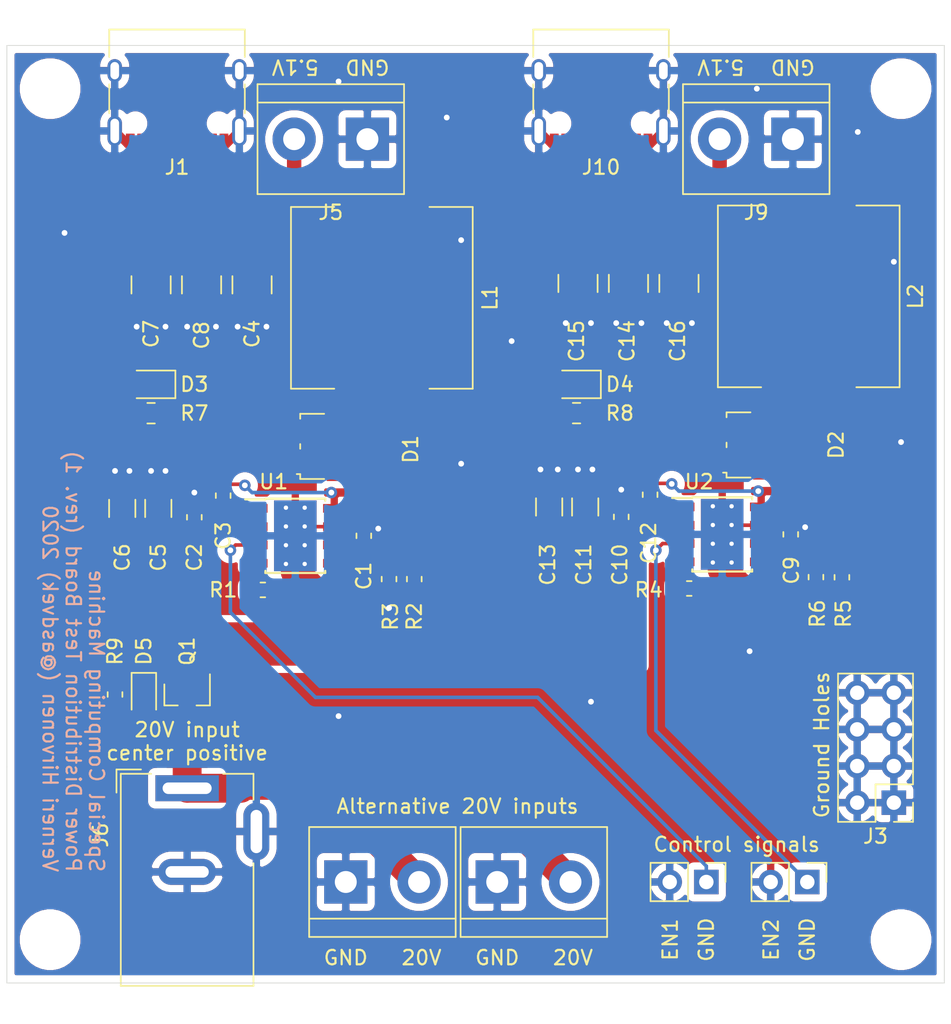
<source format=kicad_pcb>
(kicad_pcb (version 20171130) (host pcbnew "(5.1.5-0-10_14)")
  (layers (0 F.Cu signal) (31 B.Cu signal) (34 B.Paste user) (35 F.Paste user) (36 B.SilkS user) (37 F.SilkS user) (38 B.Mask user) (39 F.Mask user) (44 Edge.Cuts user))
  (net 0 "")
  (net 1 GND)
  (net 2 "Net-(C1-Pad1)")
  (net 3 /V_in)
  (net 4 "Net-(C3-Pad2)")
  (net 5 "Net-(C3-Pad1)")
  (net 6 "Net-(J1-PadB6)")
  (net 7 "Net-(J1-PadB5)")
  (net 8 "Net-(J1-PadB8)")
  (net 9 "Net-(J1-PadB7)")
  (net 10 "Net-(J1-PadA8)")
  (net 11 "Net-(J1-PadA7)")
  (net 12 "Net-(J1-PadA6)")
  (net 13 "Net-(J1-PadA5)")
  (net 14 "Net-(R1-Pad1)")
  (net 15 /V_out1)
  (net 16 "Net-(C9-Pad1)")
  (net 17 "Net-(C12-Pad2)")
  (net 18 "Net-(C12-Pad1)")
  (net 19 /V_out2)
  (net 20 /en_signal1)
  (net 21 /en_signal2)
  (net 22 "Net-(J10-PadB6)")
  (net 23 "Net-(J10-PadB5)")
  (net 24 "Net-(J10-PadB8)")
  (net 25 "Net-(J10-PadB7)")
  (net 26 "Net-(J10-PadA8)")
  (net 27 "Net-(J10-PadA7)")
  (net 28 "Net-(J10-PadA6)")
  (net 29 "Net-(J10-PadA5)")
  (net 30 /V_FB1)
  (net 31 "Net-(R4-Pad1)")
  (net 32 /V_FB2)
  (net 33 "Net-(D3-Pad1)")
  (net 34 "Net-(D4-Pad1)")
  (net 35 /V_in_protected)
  (net 36 "Net-(D5-Pad2)")
  (module Connector_USB:USB_C_Receptacle_HRO_TYPE-C-31-M-12 (layer F.Cu) (at 136.2 97.8 180)
    (fp_text reference J10 (at 0 -5.645) (layer F.SilkS))
    (fp_text value USB_C_Receptacle_USB2.0)
    (pad B1 smd rect (at 3.25 -4.045 180) (size 0.6 1.45) (layers F.Cu F.Paste F.Mask) (net 1 GND))
    (pad A9 smd rect (at 2.45 -4.045 180) (size 0.6 1.45) (layers F.Cu F.Paste F.Mask) (net 19 /V_out2))
    (pad B9 smd rect (at -2.45 -4.045 180) (size 0.6 1.45) (layers F.Cu F.Paste F.Mask) (net 19 /V_out2))
    (pad B12 smd rect (at -3.25 -4.045 180) (size 0.6 1.45) (layers F.Cu F.Paste F.Mask) (net 1 GND))
    (pad A1 smd rect (at -3.25 -4.045 180) (size 0.6 1.45) (layers F.Cu F.Paste F.Mask) (net 1 GND))
    (pad A4 smd rect (at -2.45 -4.045 180) (size 0.6 1.45) (layers F.Cu F.Paste F.Mask) (net 19 /V_out2))
    (pad B4 smd rect (at 2.45 -4.045 180) (size 0.6 1.45) (layers F.Cu F.Paste F.Mask) (net 19 /V_out2))
    (pad A12 smd rect (at 3.25 -4.045 180) (size 0.6 1.45) (layers F.Cu F.Paste F.Mask) (net 1 GND))
    (pad B8 smd rect (at -1.75 -4.045 180) (size 0.3 1.45) (layers F.Cu F.Paste F.Mask) (net 24 "Net-(J10-PadB8)"))
    (pad A5 smd rect (at -1.25 -4.045 180) (size 0.3 1.45) (layers F.Cu F.Paste F.Mask) (net 29 "Net-(J10-PadA5)"))
    (pad B7 smd rect (at -0.75 -4.045 180) (size 0.3 1.45) (layers F.Cu F.Paste F.Mask) (net 25 "Net-(J10-PadB7)"))
    (pad A7 smd rect (at 0.25 -4.045 180) (size 0.3 1.45) (layers F.Cu F.Paste F.Mask) (net 27 "Net-(J10-PadA7)"))
    (pad B6 smd rect (at 0.75 -4.045 180) (size 0.3 1.45) (layers F.Cu F.Paste F.Mask) (net 22 "Net-(J10-PadB6)"))
    (pad A8 smd rect (at 1.25 -4.045 180) (size 0.3 1.45) (layers F.Cu F.Paste F.Mask) (net 26 "Net-(J10-PadA8)"))
    (pad B5 smd rect (at 1.75 -4.045 180) (size 0.3 1.45) (layers F.Cu F.Paste F.Mask) (net 23 "Net-(J10-PadB5)"))
    (pad A6 smd rect (at -0.25 -4.045 180) (size 0.3 1.45) (layers F.Cu F.Paste F.Mask) (net 28 "Net-(J10-PadA6)"))
    (pad S1 thru_hole oval (at 4.32 -3.13 180) (size 1 2.1) (drill oval 0.6 1.7) (layers *.Cu *.Mask) (net 1 GND))
    (pad S1 thru_hole oval (at -4.32 -3.13 180) (size 1 2.1) (drill oval 0.6 1.7) (layers *.Cu *.Mask) (net 1 GND))
    (pad "" np_thru_hole circle (at -2.89 -2.6 180) (size 0.65 0.65) (drill 0.65) (layers *.Cu *.Mask))
    (pad S1 thru_hole oval (at -4.32 1.05 180) (size 1 1.6) (drill oval 0.6 1.2) (layers *.Cu *.Mask) (net 1 GND))
    (pad "" np_thru_hole circle (at 2.89 -2.6 180) (size 0.65 0.65) (drill 0.65) (layers *.Cu *.Mask))
    (pad S1 thru_hole oval (at 4.32 1.05 180) (size 1 1.6) (drill oval 0.6 1.2) (layers *.Cu *.Mask) (net 1 GND))
  )
  (module Connector_USB:USB_C_Receptacle_HRO_TYPE-C-31-M-12 (layer F.Cu) (at 106.8 97.8 180)
    (fp_text reference J1 (at 0 -5.645) (layer F.SilkS))
    (fp_text value USB_C_Receptacle_USB2.0)
    (pad B1 smd rect (at 3.25 -4.045 180) (size 0.6 1.45) (layers F.Cu F.Paste F.Mask) (net 1 GND))
    (pad A9 smd rect (at 2.45 -4.045 180) (size 0.6 1.45) (layers F.Cu F.Paste F.Mask) (net 15 /V_out1))
    (pad B9 smd rect (at -2.45 -4.045 180) (size 0.6 1.45) (layers F.Cu F.Paste F.Mask) (net 15 /V_out1))
    (pad B12 smd rect (at -3.25 -4.045 180) (size 0.6 1.45) (layers F.Cu F.Paste F.Mask) (net 1 GND))
    (pad A1 smd rect (at -3.25 -4.045 180) (size 0.6 1.45) (layers F.Cu F.Paste F.Mask) (net 1 GND))
    (pad A4 smd rect (at -2.45 -4.045 180) (size 0.6 1.45) (layers F.Cu F.Paste F.Mask) (net 15 /V_out1))
    (pad B4 smd rect (at 2.45 -4.045 180) (size 0.6 1.45) (layers F.Cu F.Paste F.Mask) (net 15 /V_out1))
    (pad A12 smd rect (at 3.25 -4.045 180) (size 0.6 1.45) (layers F.Cu F.Paste F.Mask) (net 1 GND))
    (pad B8 smd rect (at -1.75 -4.045 180) (size 0.3 1.45) (layers F.Cu F.Paste F.Mask) (net 8 "Net-(J1-PadB8)"))
    (pad A5 smd rect (at -1.25 -4.045 180) (size 0.3 1.45) (layers F.Cu F.Paste F.Mask) (net 13 "Net-(J1-PadA5)"))
    (pad B7 smd rect (at -0.75 -4.045 180) (size 0.3 1.45) (layers F.Cu F.Paste F.Mask) (net 9 "Net-(J1-PadB7)"))
    (pad A7 smd rect (at 0.25 -4.045 180) (size 0.3 1.45) (layers F.Cu F.Paste F.Mask) (net 11 "Net-(J1-PadA7)"))
    (pad B6 smd rect (at 0.75 -4.045 180) (size 0.3 1.45) (layers F.Cu F.Paste F.Mask) (net 6 "Net-(J1-PadB6)"))
    (pad A8 smd rect (at 1.25 -4.045 180) (size 0.3 1.45) (layers F.Cu F.Paste F.Mask) (net 10 "Net-(J1-PadA8)"))
    (pad B5 smd rect (at 1.75 -4.045 180) (size 0.3 1.45) (layers F.Cu F.Paste F.Mask) (net 7 "Net-(J1-PadB5)"))
    (pad A6 smd rect (at -0.25 -4.045 180) (size 0.3 1.45) (layers F.Cu F.Paste F.Mask) (net 12 "Net-(J1-PadA6)"))
    (pad S1 thru_hole oval (at 4.32 -3.13 180) (size 1 2.1) (drill oval 0.6 1.7) (layers *.Cu *.Mask) (net 1 GND))
    (pad S1 thru_hole oval (at -4.32 -3.13 180) (size 1 2.1) (drill oval 0.6 1.7) (layers *.Cu *.Mask) (net 1 GND))
    (pad "" np_thru_hole circle (at -2.89 -2.6 180) (size 0.65 0.65) (drill 0.65) (layers *.Cu *.Mask))
    (pad S1 thru_hole oval (at -4.32 1.05 180) (size 1 1.6) (drill oval 0.6 1.2) (layers *.Cu *.Mask) (net 1 GND))
    (pad "" np_thru_hole circle (at 2.89 -2.6 180) (size 0.65 0.65) (drill 0.65) (layers *.Cu *.Mask))
    (pad S1 thru_hole oval (at 4.32 1.05 180) (size 1 1.6) (drill oval 0.6 1.2) (layers *.Cu *.Mask) (net 1 GND))
  )
  (module Diode_SMD:D_SOD-323 (layer F.Cu) (at 104.5 140 270)
    (fp_text reference D5 (at -3 0 90) (layer F.SilkS))
    (fp_text value 10V)
    (pad 2 smd rect (at 1.05 0 270) (size 0.6 0.45) (layers F.Cu F.Paste F.Mask) (net 36 "Net-(D5-Pad2)"))
    (pad 1 smd rect (at -1.05 0 270) (size 0.6 0.45) (layers F.Cu F.Paste F.Mask) (net 35 /V_in_protected))
  )
  (module Resistor_SMD:R_0603_1608Metric (layer F.Cu) (at 102.5 140 90)
    (fp_text reference R9 (at 3 0 90) (layer F.SilkS))
    (fp_text value 100K)
    (pad 2 smd roundrect (at 0.7875 0 90) (size 0.875 0.95) (layers F.Cu F.Paste F.Mask) (net 1 GND))
    (pad 1 smd roundrect (at -0.7875 0 90) (size 0.875 0.95) (layers F.Cu F.Paste F.Mask) (net 36 "Net-(D5-Pad2)"))
  )
  (module Package_TO_SOT_SMD:SOT-23 (layer F.Cu) (at 107.5 140 270)
    (fp_text reference Q1 (at -3 0 90) (layer F.SilkS))
    (fp_text value IRLML6344TRPBF)
    (pad 3 smd rect (at 1 0 270) (size 0.9 0.8) (layers F.Cu F.Paste F.Mask) (net 3 /V_in))
    (pad 2 smd rect (at -1 0.95 270) (size 0.9 0.8) (layers F.Cu F.Paste F.Mask) (net 35 /V_in_protected))
    (pad 1 smd rect (at -1 -0.95 270) (size 0.9 0.8) (layers F.Cu F.Paste F.Mask) (net 36 "Net-(D5-Pad2)"))
  )
  (module Resistor_SMD:R_0805_2012Metric (layer F.Cu) (at 134.5 120.495 180)
    (fp_text reference R8 (at -3 -0.005) (layer F.SilkS))
    (fp_text value 3.3k)
    (pad 2 smd roundrect (at 0.9375 0 180) (size 0.975 1.4) (layers F.Cu F.Paste F.Mask) (net 1 GND))
    (pad 1 smd roundrect (at -0.9375 0 180) (size 0.975 1.4) (layers F.Cu F.Paste F.Mask) (net 34 "Net-(D4-Pad1)"))
  )
  (module Resistor_SMD:R_0805_2012Metric (layer F.Cu) (at 105 120.5 180)
    (fp_text reference R7 (at -3 0) (layer F.SilkS))
    (fp_text value 3.3k)
    (pad 2 smd roundrect (at 0.9375 0 180) (size 0.975 1.4) (layers F.Cu F.Paste F.Mask) (net 1 GND))
    (pad 1 smd roundrect (at -0.9375 0 180) (size 0.975 1.4) (layers F.Cu F.Paste F.Mask) (net 33 "Net-(D3-Pad1)"))
  )
  (module LED_SMD:LED_0805_2012Metric (layer F.Cu) (at 134.5 118.5 180)
    (fp_text reference D4 (at -3 0) (layer F.SilkS))
    (fp_text value LED)
    (pad 2 smd roundrect (at 0.9375 0 180) (size 0.975 1.4) (layers F.Cu F.Paste F.Mask) (net 19 /V_out2))
    (pad 1 smd roundrect (at -0.9375 0 180) (size 0.975 1.4) (layers F.Cu F.Paste F.Mask) (net 34 "Net-(D4-Pad1)"))
  )
  (module LED_SMD:LED_0805_2012Metric (layer F.Cu) (at 105 118.5 180)
    (fp_text reference D3 (at -3 0) (layer F.SilkS))
    (fp_text value LED)
    (pad 2 smd roundrect (at 0.9375 0 180) (size 0.975 1.4) (layers F.Cu F.Paste F.Mask) (net 15 /V_out1))
    (pad 1 smd roundrect (at -0.9375 0 180) (size 0.975 1.4) (layers F.Cu F.Paste F.Mask) (net 33 "Net-(D3-Pad1)"))
  )
  (module Package_SO:Texas_HSOP-8-1EP_3.9x4.9mm_P1.27mm_ThermalVias (layer F.Cu) (at 144.6 128.9)
    (fp_text reference U2 (at -1.6 -3.65) (layer F.SilkS))
    (fp_text value LMR14050SDDA)
    (pad 9 thru_hole circle (at 0.65 1.95) (size 0.6 0.6) (drill 0.3) (layers *.Cu) (net 1 GND))
    (pad 9 thru_hole circle (at 0.65 0.65) (size 0.6 0.6) (drill 0.3) (layers *.Cu) (net 1 GND))
    (pad 9 thru_hole circle (at -0.65 0.65) (size 0.6 0.6) (drill 0.3) (layers *.Cu) (net 1 GND))
    (pad 9 thru_hole circle (at -0.65 1.95) (size 0.6 0.6) (drill 0.3) (layers *.Cu) (net 1 GND))
    (pad 9 thru_hole circle (at 0.65 -1.95) (size 0.6 0.6) (drill 0.3) (layers *.Cu) (net 1 GND))
    (pad 9 thru_hole circle (at 0.65 -0.65) (size 0.6 0.6) (drill 0.3) (layers *.Cu) (net 1 GND))
    (pad 9 thru_hole circle (at -0.65 -0.65) (size 0.6 0.6) (drill 0.3) (layers *.Cu) (net 1 GND))
    (pad 9 thru_hole circle (at -0.65 -1.95) (size 0.6 0.6) (drill 0.3) (layers *.Cu) (net 1 GND))
    (pad 8 smd rect (at 2.7 -1.905) (size 1.55 0.6) (layers F.Cu F.Paste F.Mask) (net 17 "Net-(C12-Pad2)"))
    (pad 7 smd rect (at 2.7 -0.635) (size 1.55 0.6) (layers F.Cu F.Paste F.Mask) (net 1 GND))
    (pad 6 smd rect (at 2.7 0.635) (size 1.55 0.6) (layers F.Cu F.Paste F.Mask) (net 16 "Net-(C9-Pad1)"))
    (pad 5 smd rect (at 2.7 1.905) (size 1.55 0.6) (layers F.Cu F.Paste F.Mask) (net 32 /V_FB2))
    (pad 4 smd rect (at -2.7 1.905) (size 1.55 0.6) (layers F.Cu F.Paste F.Mask) (net 31 "Net-(R4-Pad1)"))
    (pad 3 smd rect (at -2.7 0.635) (size 1.55 0.6) (layers F.Cu F.Paste F.Mask) (net 21 /en_signal2))
    (pad 2 smd rect (at -2.7 -0.635) (size 1.55 0.6) (layers F.Cu F.Paste F.Mask) (net 35 /V_in_protected))
    (pad 1 smd rect (at -2.7 -1.905) (size 1.55 0.6) (layers F.Cu F.Paste F.Mask) (net 18 "Net-(C12-Pad1)"))
    (pad 9 smd rect (at 0 0) (size 2.95 4.9) (layers B.Cu) (net 1 GND))
    (pad 9 smd rect (at 0 0) (size 2.95 4.9) (layers F.Cu) (net 1 GND))
  )
  (module Resistor_SMD:R_0603_1608Metric (layer F.Cu) (at 151.1 131.8625 270)
    (fp_text reference R6 (at 2.5375 -0.1 90) (layer F.SilkS))
    (fp_text value 17.8k)
    (pad 2 smd roundrect (at 0.7875 0 270) (size 0.875 0.95) (layers F.Cu F.Paste F.Mask) (net 1 GND))
    (pad 1 smd roundrect (at -0.7875 0 270) (size 0.875 0.95) (layers F.Cu F.Paste F.Mask) (net 32 /V_FB2))
  )
  (module Resistor_SMD:R_0603_1608Metric (layer F.Cu) (at 152.9 131.875 90)
    (fp_text reference R5 (at -2.525 0.1 90) (layer F.SilkS))
    (fp_text value 100k)
    (pad 2 smd roundrect (at 0.7875 0 90) (size 0.875 0.95) (layers F.Cu F.Paste F.Mask) (net 32 /V_FB2))
    (pad 1 smd roundrect (at -0.7875 0 90) (size 0.875 0.95) (layers F.Cu F.Paste F.Mask) (net 19 /V_out2))
  )
  (module Resistor_SMD:R_0603_1608Metric (layer F.Cu) (at 142.3125 132.65)
    (fp_text reference R4 (at -2.8125 0.1) (layer F.SilkS))
    (fp_text value 84.5k)
    (pad 2 smd roundrect (at 0.7875 0) (size 0.875 0.95) (layers F.Cu F.Paste F.Mask) (net 1 GND))
    (pad 1 smd roundrect (at -0.7875 0) (size 0.875 0.95) (layers F.Cu F.Paste F.Mask) (net 31 "Net-(R4-Pad1)"))
  )
  (module Inductor_SMD:L_Wuerth_WE-PD-Typ-LS (layer F.Cu) (at 150.6 112.4 90)
    (fp_text reference L2 (at 0 7.4 90) (layer F.SilkS))
    (fp_text value 8.2uH)
    (pad 2 smd rect (at 4.95 0 90) (size 2.9 5.4) (layers F.Cu F.Paste F.Mask) (net 19 /V_out2))
    (pad 1 smd rect (at -4.95 0 90) (size 2.9 5.4) (layers F.Cu F.Paste F.Mask) (net 17 "Net-(C12-Pad2)"))
  )
  (module TerminalBlock:TerminalBlock_bornier-2_P5.08mm (layer F.Cu) (at 149.5 101.5 180)
    (fp_text reference J9 (at 2.54 -5.08) (layer F.SilkS))
    (fp_text value "V_out alt")
    (pad 2 thru_hole circle (at 5.08 0 180) (size 3 3) (drill 1.52) (layers *.Cu *.Mask) (net 19 /V_out2))
    (pad 1 thru_hole rect (at 0 0 180) (size 3 3) (drill 1.52) (layers *.Cu *.Mask) (net 1 GND))
  )
  (module TerminalBlock:TerminalBlock_bornier-2_P5.08mm (layer F.Cu) (at 118.5 153)
    (fp_text reference J8 hide)
    (fp_text value "V_in alt")
    (pad 2 thru_hole circle (at 5.08 0) (size 3 3) (drill 1.52) (layers *.Cu *.Mask) (net 3 /V_in))
    (pad 1 thru_hole rect (at 0 0) (size 3 3) (drill 1.52) (layers *.Cu *.Mask) (net 1 GND))
  )
  (module Connector_PinHeader_2.54mm:PinHeader_1x02_P2.54mm_Vertical (layer F.Cu) (at 150.5 153 270)
    (fp_text reference J7 hide)
    (fp_text value Conn_EN)
    (pad 2 thru_hole oval (at 0 2.54 270) (size 1.7 1.7) (drill 1) (layers *.Cu *.Mask) (net 1 GND))
    (pad 1 thru_hole rect (at 0 0 270) (size 1.7 1.7) (drill 1) (layers *.Cu *.Mask) (net 21 /en_signal2))
  )
  (module Package_TO_SOT_SMD:TO-277A (layer F.Cu) (at 148.06 122.7 90)
    (fp_text reference D2 (at 0 4.44 90) (layer F.SilkS))
    (fp_text value D)
    (pad 2 smd rect (at 1.04 -2.765 90) (size 1.4 1.27) (layers F.Cu F.Paste F.Mask) (net 1 GND))
    (pad 3 smd rect (at 0 1.04 90) (size 4.8 4.72) (layers F.Cu F.Mask) (net 17 "Net-(C12-Pad2)"))
    (pad 1 smd rect (at -1.04 -2.765 90) (size 1.4 1.27) (layers F.Cu F.Paste F.Mask) (net 1 GND))
  )
  (module Capacitor_SMD:C_1210_3225Metric (layer F.Cu) (at 141.6 111.5 270)
    (fp_text reference C16 (at 4 0.1 90) (layer F.SilkS))
    (fp_text value 47uF)
    (pad 2 smd roundrect (at 1.4 0 270) (size 1.25 2.65) (layers F.Cu F.Paste F.Mask) (roundrect_rratio 0.2) (net 1 GND))
    (pad 1 smd roundrect (at -1.4 0 270) (size 1.25 2.65) (layers F.Cu F.Paste F.Mask) (roundrect_rratio 0.2) (net 19 /V_out2))
  )
  (module Capacitor_SMD:C_1210_3225Metric (layer F.Cu) (at 134.6 111.5 270)
    (fp_text reference C15 (at 4 0.1 90) (layer F.SilkS))
    (fp_text value 47uF)
    (pad 2 smd roundrect (at 1.4 0 270) (size 1.25 2.65) (layers F.Cu F.Paste F.Mask) (roundrect_rratio 0.2) (net 1 GND))
    (pad 1 smd roundrect (at -1.4 0 270) (size 1.25 2.65) (layers F.Cu F.Paste F.Mask) (roundrect_rratio 0.2) (net 19 /V_out2))
  )
  (module Capacitor_SMD:C_1210_3225Metric (layer F.Cu) (at 138.1 111.5 270)
    (fp_text reference C14 (at 4 0.1 90) (layer F.SilkS))
    (fp_text value 47uF)
    (pad 2 smd roundrect (at 1.4 0 270) (size 1.25 2.65) (layers F.Cu F.Paste F.Mask) (roundrect_rratio 0.2) (net 1 GND))
    (pad 1 smd roundrect (at -1.4 0 270) (size 1.25 2.65) (layers F.Cu F.Paste F.Mask) (roundrect_rratio 0.2) (net 19 /V_out2))
  )
  (module Capacitor_SMD:C_1206_3216Metric (layer F.Cu) (at 132.6 127 90)
    (fp_text reference C13 (at -4 -0.1 90) (layer F.SilkS))
    (fp_text value 4.7uF)
    (pad 2 smd roundrect (at 1.4 0 90) (size 1.25 1.75) (layers F.Cu F.Paste F.Mask) (roundrect_rratio 0.2) (net 1 GND))
    (pad 1 smd roundrect (at -1.4 0 90) (size 1.25 1.75) (layers F.Cu F.Paste F.Mask) (roundrect_rratio 0.2) (net 35 /V_in_protected))
  )
  (module Capacitor_SMD:C_0603_1608Metric (layer F.Cu) (at 139.6 126.15 90)
    (fp_text reference C12 (at -3.35 -0.1 90) (layer F.SilkS))
    (fp_text value 100n)
    (pad 2 smd roundrect (at 0.7875 0 90) (size 0.875 0.95) (layers F.Cu F.Paste F.Mask) (net 17 "Net-(C12-Pad2)"))
    (pad 1 smd roundrect (at -0.7875 0 90) (size 0.875 0.95) (layers F.Cu F.Paste F.Mask) (net 18 "Net-(C12-Pad1)"))
  )
  (module Capacitor_SMD:C_1206_3216Metric (layer F.Cu) (at 135.1 127 90)
    (fp_text reference C11 (at -4 -0.1 90) (layer F.SilkS))
    (fp_text value 4.7uF)
    (pad 2 smd roundrect (at 1.4 0 90) (size 1.25 1.75) (layers F.Cu F.Paste F.Mask) (roundrect_rratio 0.2) (net 1 GND))
    (pad 1 smd roundrect (at -1.4 0 90) (size 1.25 1.75) (layers F.Cu F.Paste F.Mask) (roundrect_rratio 0.2) (net 35 /V_in_protected))
  )
  (module Capacitor_SMD:C_0603_1608Metric (layer F.Cu) (at 137.6 127.6875 90)
    (fp_text reference C10 (at -3.3125 -0.1 90) (layer F.SilkS))
    (fp_text value 100n)
    (pad 2 smd roundrect (at 0.7875 0 90) (size 0.875 0.95) (layers F.Cu F.Paste F.Mask) (net 1 GND))
    (pad 1 smd roundrect (at -0.7875 0 90) (size 0.875 0.95) (layers F.Cu F.Paste F.Mask) (net 35 /V_in_protected))
  )
  (module Capacitor_SMD:C_0603_1608Metric (layer F.Cu) (at 149.35 128.9 90)
    (fp_text reference C9 (at -2.5 0.05 270) (layer F.SilkS))
    (fp_text value 22nF)
    (pad 2 smd roundrect (at 0.7875 0 90) (size 0.875 0.95) (layers F.Cu F.Paste F.Mask) (net 1 GND))
    (pad 1 smd roundrect (at -0.7875 0 90) (size 0.875 0.95) (layers F.Cu F.Paste F.Mask) (net 16 "Net-(C9-Pad1)"))
  )
  (module Connector_BarrelJack:BarrelJack_Wuerth_6941xx301002 (layer F.Cu) (at 107.5 146.5)
    (fp_text reference J6 (at -6 3.25 90) (layer F.SilkS))
    (fp_text value DC_in)
    (pad 1 thru_hole rect (at 0 0) (size 4.4 1.8) (drill oval 3.4 0.8) (layers *.Cu *.Mask) (net 3 /V_in))
    (pad 2 thru_hole oval (at 0 5.8) (size 4 1.8) (drill oval 3 0.8) (layers *.Cu *.Mask) (net 1 GND))
    (pad 3 thru_hole oval (at 4.8 3 90) (size 4 1.8) (drill oval 3 0.8) (layers *.Cu *.Mask) (net 1 GND))
  )
  (module TerminalBlock:TerminalBlock_bornier-2_P5.08mm (layer F.Cu) (at 120 101.5 180)
    (fp_text reference J5 (at 2.54 -5.08) (layer F.SilkS))
    (fp_text value "V_out alt")
    (pad 2 thru_hole circle (at 5.08 0 180) (size 3 3) (drill 1.52) (layers *.Cu *.Mask) (net 15 /V_out1))
    (pad 1 thru_hole rect (at 0 0 180) (size 3 3) (drill 1.52) (layers *.Cu *.Mask) (net 1 GND))
  )
  (module TerminalBlock:TerminalBlock_bornier-2_P5.08mm (layer F.Cu) (at 129 153)
    (fp_text reference J4 hide)
    (fp_text value "V_in alt")
    (pad 2 thru_hole circle (at 5.08 0) (size 3 3) (drill 1.52) (layers *.Cu *.Mask) (net 3 /V_in))
    (pad 1 thru_hole rect (at 0 0) (size 3 3) (drill 1.52) (layers *.Cu *.Mask) (net 1 GND))
  )
  (module Connector_PinHeader_2.54mm:PinHeader_2x04_P2.54mm_Vertical (layer F.Cu) (at 156.5 147.5 180)
    (fp_text reference J3 (at 1.27 -2.33) (layer F.SilkS))
    (fp_text value "ground holes")
    (pad 8 thru_hole oval (at 2.54 7.62 180) (size 1.7 1.7) (drill 1) (layers *.Cu *.Mask) (net 1 GND))
    (pad 7 thru_hole oval (at 0 7.62 180) (size 1.7 1.7) (drill 1) (layers *.Cu *.Mask) (net 1 GND))
    (pad 6 thru_hole oval (at 2.54 5.08 180) (size 1.7 1.7) (drill 1) (layers *.Cu *.Mask) (net 1 GND))
    (pad 5 thru_hole oval (at 0 5.08 180) (size 1.7 1.7) (drill 1) (layers *.Cu *.Mask) (net 1 GND))
    (pad 4 thru_hole oval (at 2.54 2.54 180) (size 1.7 1.7) (drill 1) (layers *.Cu *.Mask) (net 1 GND))
    (pad 3 thru_hole oval (at 0 2.54 180) (size 1.7 1.7) (drill 1) (layers *.Cu *.Mask) (net 1 GND))
    (pad 2 thru_hole oval (at 2.54 0 180) (size 1.7 1.7) (drill 1) (layers *.Cu *.Mask) (net 1 GND))
    (pad 1 thru_hole rect (at 0 0 180) (size 1.7 1.7) (drill 1) (layers *.Cu *.Mask) (net 1 GND))
  )
  (module Connector_PinHeader_2.54mm:PinHeader_1x02_P2.54mm_Vertical (layer F.Cu) (at 143.5 153 270)
    (fp_text reference J2 hide)
    (fp_text value Conn_EN)
    (pad 2 thru_hole oval (at 0 2.54 270) (size 1.7 1.7) (drill 1) (layers *.Cu *.Mask) (net 1 GND))
    (pad 1 thru_hole rect (at 0 0 270) (size 1.7 1.7) (drill 1) (layers *.Cu *.Mask) (net 20 /en_signal1))
  )
  (module MountingHole:MountingHole_3.2mm_M3 (layer F.Cu) (at 157 157)
    (fp_text reference H4 hide)
    (fp_text value MH)
    (pad 1 np_thru_hole circle (at 0 0) (size 3.2 3.2) (drill 3.2) (layers *.Cu *.Mask))
  )
  (module MountingHole:MountingHole_3.2mm_M3 (layer F.Cu) (at 98 98)
    (fp_text reference H3 hide)
    (fp_text value MH)
    (pad 1 np_thru_hole circle (at 0 0) (size 3.2 3.2) (drill 3.2) (layers *.Cu *.Mask))
  )
  (module MountingHole:MountingHole_3.2mm_M3 (layer F.Cu) (at 98 157)
    (fp_text reference H2 hide)
    (fp_text value MH)
    (pad 1 np_thru_hole circle (at 0 0) (size 3.2 3.2) (drill 3.2) (layers *.Cu *.Mask))
  )
  (module MountingHole:MountingHole_3.2mm_M3 (layer F.Cu) (at 157 98)
    (fp_text reference H1 hide)
    (fp_text value MH)
    (pad 1 np_thru_hole circle (at 0 0) (size 3.2 3.2) (drill 3.2) (layers *.Cu *.Mask))
  )
  (module Inductor_SMD:L_Wuerth_WE-PD-Typ-LS (layer F.Cu) (at 121 112.5 90)
    (fp_text reference L1 (at 0 7.5 90) (layer F.SilkS))
    (fp_text value 8.2uH)
    (pad 2 smd rect (at 4.95 0 90) (size 2.9 5.4) (layers F.Cu F.Paste F.Mask) (net 15 /V_out1))
    (pad 1 smd rect (at -4.95 0 90) (size 2.9 5.4) (layers F.Cu F.Paste F.Mask) (net 4 "Net-(C3-Pad2)"))
  )
  (module Capacitor_SMD:C_1210_3225Metric (layer F.Cu) (at 108.5 111.6 270)
    (fp_text reference C8 (at 3.5 0 90) (layer F.SilkS))
    (fp_text value 47uF)
    (pad 2 smd roundrect (at 1.4 0 270) (size 1.25 2.65) (layers F.Cu F.Paste F.Mask) (roundrect_rratio 0.2) (net 1 GND))
    (pad 1 smd roundrect (at -1.4 0 270) (size 1.25 2.65) (layers F.Cu F.Paste F.Mask) (roundrect_rratio 0.2) (net 15 /V_out1))
  )
  (module Capacitor_SMD:C_1210_3225Metric (layer F.Cu) (at 105 111.6 270)
    (fp_text reference C7 (at 3.4 0 90) (layer F.SilkS))
    (fp_text value 47uF)
    (pad 2 smd roundrect (at 1.4 0 270) (size 1.25 2.65) (layers F.Cu F.Paste F.Mask) (roundrect_rratio 0.2) (net 1 GND))
    (pad 1 smd roundrect (at -1.4 0 270) (size 1.25 2.65) (layers F.Cu F.Paste F.Mask) (roundrect_rratio 0.2) (net 15 /V_out1))
  )
  (module Capacitor_SMD:C_1210_3225Metric (layer F.Cu) (at 112 111.6 270)
    (fp_text reference C4 (at 3.4 0 90) (layer F.SilkS))
    (fp_text value 47uF)
    (pad 2 smd roundrect (at 1.4 0 270) (size 1.25 2.65) (layers F.Cu F.Paste F.Mask) (roundrect_rratio 0.2) (net 1 GND))
    (pad 1 smd roundrect (at -1.4 0 270) (size 1.25 2.65) (layers F.Cu F.Paste F.Mask) (roundrect_rratio 0.2) (net 15 /V_out1))
  )
  (module Capacitor_SMD:C_1206_3216Metric (layer F.Cu) (at 103 127.1 90)
    (fp_text reference C6 (at -3.4 0 90) (layer F.SilkS))
    (fp_text value 4.7uF)
    (pad 2 smd roundrect (at 1.4 0 90) (size 1.25 1.75) (layers F.Cu F.Paste F.Mask) (roundrect_rratio 0.2) (net 1 GND))
    (pad 1 smd roundrect (at -1.4 0 90) (size 1.25 1.75) (layers F.Cu F.Paste F.Mask) (roundrect_rratio 0.2) (net 35 /V_in_protected))
  )
  (module Capacitor_SMD:C_1206_3216Metric (layer F.Cu) (at 105.5 127.1 90)
    (fp_text reference C5 (at -3.4 0 90) (layer F.SilkS))
    (fp_text value 4.7uF)
    (pad 2 smd roundrect (at 1.4 0 90) (size 1.25 1.75) (layers F.Cu F.Paste F.Mask) (roundrect_rratio 0.2) (net 1 GND))
    (pad 1 smd roundrect (at -1.4 0 90) (size 1.25 1.75) (layers F.Cu F.Paste F.Mask) (roundrect_rratio 0.2) (net 35 /V_in_protected))
  )
  (module Capacitor_SMD:C_0603_1608Metric (layer F.Cu) (at 110 126.2125 90)
    (fp_text reference C3 (at -2.7875 0 90) (layer F.SilkS))
    (fp_text value 100n)
    (pad 2 smd roundrect (at 0.7875 0 90) (size 0.875 0.95) (layers F.Cu F.Paste F.Mask) (net 4 "Net-(C3-Pad2)"))
    (pad 1 smd roundrect (at -0.7875 0 90) (size 0.875 0.95) (layers F.Cu F.Paste F.Mask) (net 5 "Net-(C3-Pad1)"))
  )
  (module Package_TO_SOT_SMD:TO-277A (layer F.Cu) (at 118.5 122.8 90)
    (fp_text reference D1 (at -0.2 4.5 90) (layer F.SilkS))
    (fp_text value D)
    (pad 2 smd rect (at 1.04 -2.765 90) (size 1.4 1.27) (layers F.Cu F.Paste F.Mask) (net 1 GND))
    (pad 3 smd rect (at 0 1.04 90) (size 4.8 4.72) (layers F.Cu F.Mask) (net 4 "Net-(C3-Pad2)"))
    (pad 1 smd rect (at -1.04 -2.765 90) (size 1.4 1.27) (layers F.Cu F.Paste F.Mask) (net 1 GND))
  )
  (module Package_SO:Texas_HSOP-8-1EP_3.9x4.9mm_P1.27mm_ThermalVias (layer F.Cu) (at 115 129)
    (fp_text reference U1 (at -1.5 -3.75) (layer F.SilkS))
    (fp_text value LMR14050SDDA)
    (pad 9 thru_hole circle (at 0.65 1.95) (size 0.6 0.6) (drill 0.3) (layers *.Cu) (net 1 GND))
    (pad 9 thru_hole circle (at 0.65 0.65) (size 0.6 0.6) (drill 0.3) (layers *.Cu) (net 1 GND))
    (pad 9 thru_hole circle (at -0.65 0.65) (size 0.6 0.6) (drill 0.3) (layers *.Cu) (net 1 GND))
    (pad 9 thru_hole circle (at -0.65 1.95) (size 0.6 0.6) (drill 0.3) (layers *.Cu) (net 1 GND))
    (pad 9 thru_hole circle (at 0.65 -1.95) (size 0.6 0.6) (drill 0.3) (layers *.Cu) (net 1 GND))
    (pad 9 thru_hole circle (at 0.65 -0.65) (size 0.6 0.6) (drill 0.3) (layers *.Cu) (net 1 GND))
    (pad 9 thru_hole circle (at -0.65 -0.65) (size 0.6 0.6) (drill 0.3) (layers *.Cu) (net 1 GND))
    (pad 9 thru_hole circle (at -0.65 -1.95) (size 0.6 0.6) (drill 0.3) (layers *.Cu) (net 1 GND))
    (pad 8 smd rect (at 2.7 -1.905) (size 1.55 0.6) (layers F.Cu F.Paste F.Mask) (net 4 "Net-(C3-Pad2)"))
    (pad 7 smd rect (at 2.7 -0.635) (size 1.55 0.6) (layers F.Cu F.Paste F.Mask) (net 1 GND))
    (pad 6 smd rect (at 2.7 0.635) (size 1.55 0.6) (layers F.Cu F.Paste F.Mask) (net 2 "Net-(C1-Pad1)"))
    (pad 5 smd rect (at 2.7 1.905) (size 1.55 0.6) (layers F.Cu F.Paste F.Mask) (net 30 /V_FB1))
    (pad 4 smd rect (at -2.7 1.905) (size 1.55 0.6) (layers F.Cu F.Paste F.Mask) (net 14 "Net-(R1-Pad1)"))
    (pad 3 smd rect (at -2.7 0.635) (size 1.55 0.6) (layers F.Cu F.Paste F.Mask) (net 20 /en_signal1))
    (pad 2 smd rect (at -2.7 -0.635) (size 1.55 0.6) (layers F.Cu F.Paste F.Mask) (net 35 /V_in_protected))
    (pad 1 smd rect (at -2.7 -1.905) (size 1.55 0.6) (layers F.Cu F.Paste F.Mask) (net 5 "Net-(C3-Pad1)"))
    (pad 9 smd rect (at 0 0) (size 2.95 4.9) (layers B.Cu) (net 1 GND))
    (pad 9 smd rect (at 0 0) (size 2.95 4.9) (layers F.Cu) (net 1 GND))
  )
  (module Resistor_SMD:R_0603_1608Metric (layer F.Cu) (at 121.5 132 270)
    (fp_text reference R3 (at 2.6 -0.1 90) (layer F.SilkS))
    (fp_text value 17.8k)
    (pad 2 smd roundrect (at 0.7875 0 270) (size 0.875 0.95) (layers F.Cu F.Paste F.Mask) (net 1 GND))
    (pad 1 smd roundrect (at -0.7875 0 270) (size 0.875 0.95) (layers F.Cu F.Paste F.Mask) (net 30 /V_FB1))
  )
  (module Resistor_SMD:R_0603_1608Metric (layer F.Cu) (at 123.25 132 90)
    (fp_text reference R2 (at -2.6 0 90) (layer F.SilkS))
    (fp_text value 100k)
    (pad 2 smd roundrect (at 0.7875 0 90) (size 0.875 0.95) (layers F.Cu F.Paste F.Mask) (net 30 /V_FB1))
    (pad 1 smd roundrect (at -0.7875 0 90) (size 0.875 0.95) (layers F.Cu F.Paste F.Mask) (net 15 /V_out1))
  )
  (module Resistor_SMD:R_0603_1608Metric (layer F.Cu) (at 112.75 132.75)
    (fp_text reference R1 (at -2.75 0) (layer F.SilkS))
    (fp_text value 84.5k)
    (pad 2 smd roundrect (at 0.7875 0) (size 0.875 0.95) (layers F.Cu F.Paste F.Mask) (net 1 GND))
    (pad 1 smd roundrect (at -0.7875 0) (size 0.875 0.95) (layers F.Cu F.Paste F.Mask) (net 14 "Net-(R1-Pad1)"))
  )
  (module Capacitor_SMD:C_0603_1608Metric (layer F.Cu) (at 108 127.7125 90)
    (fp_text reference C2 (at -2.7875 0 90) (layer F.SilkS))
    (fp_text value 100n)
    (pad 2 smd roundrect (at 0.7875 0 90) (size 0.875 0.95) (layers F.Cu F.Paste F.Mask) (net 1 GND))
    (pad 1 smd roundrect (at -0.7875 0 90) (size 0.875 0.95) (layers F.Cu F.Paste F.Mask) (net 35 /V_in_protected))
  )
  (module Capacitor_SMD:C_0603_1608Metric (layer F.Cu) (at 119.75 129 90)
    (fp_text reference C1 (at -2.7875 0 90) (layer F.SilkS))
    (fp_text value 22nF)
    (pad 2 smd roundrect (at 0.7875 0 90) (size 0.875 0.95) (layers F.Cu F.Paste F.Mask) (net 1 GND))
    (pad 1 smd roundrect (at -0.7875 0 90) (size 0.875 0.95) (layers F.Cu F.Paste F.Mask) (net 2 "Net-(C1-Pad1)"))
  )
  (gr_text "Special Computing Machine\nPower Distribution Test Board (rev. 1)\nVerneri Hirvonen (@asdvek) 2020" (at 99.6 152.4 270) (layer B.SilkS) (effects (font (size 1 1)) (justify left mirror)))
  (gr_text "Control signals" (at 145.6 150.4) (layer F.SilkS) (effects (font (size 1 1))))
  (gr_text 20V (at 123.75 158.25) (layer F.SilkS) (effects (font (size 1 1))))
  (gr_text GND (at 118.5 158.25) (layer F.SilkS) (effects (font (size 1 1))))
  (gr_text "GND\n" (at 129 158.25) (layer F.SilkS) (effects (font (size 1 1))))
  (gr_text 20V (at 134.25 158.25) (layer F.SilkS) (effects (font (size 1 1))))
  (gr_text "20V input\ncenter positive" (at 107.5 143.25) (layer F.SilkS) (effects (font (size 1 1))))
  (gr_text "Alternative 20V inputs" (at 126.25 147.75) (layer F.SilkS) (effects (font (size 1 1))))
  (gr_text GND (at 150.5 157 90) (layer F.SilkS) (effects (font (size 1 1))))
  (gr_text EN2 (at 148 157 90) (layer F.SilkS) (effects (font (size 1 1))))
  (gr_text GND (at 143.5 157 90) (layer F.SilkS) (effects (font (size 1 1))))
  (gr_text EN1 (at 141 157 90) (layer F.SilkS) (effects (font (size 1 1))))
  (gr_text GND (at 149.5 96.5 180) (layer F.SilkS) (effects (font (size 1 1))))
  (gr_text 5.1V (at 144.5 96.5 180) (layer F.SilkS) (effects (font (size 1 1))))
  (gr_text GND (at 120 96.5 180) (layer F.SilkS) (effects (font (size 1 1))))
  (gr_text 5.1V (at 115 96.5 180) (layer F.SilkS) (effects (font (size 1 1))))
  (gr_text "Ground Holes" (at 151.5 143.5 90) (layer F.SilkS) (effects (font (size 1 1))))
  (gr_line (start 95 160) (end 95 145) (layer Edge.Cuts) (width 0.05))
  (gr_line (start 160 160) (end 95 160) (layer Edge.Cuts) (width 0.05))
  (gr_line (start 160 95) (end 160 160) (layer Edge.Cuts) (width 0.05))
  (gr_line (start 95 95) (end 160 95) (layer Edge.Cuts) (width 0.05))
  (gr_line (start 95 145) (end 95 95) (layer Edge.Cuts) (width 0.05))
  (segment (start 115.635 128.365) (end 115 129) (width 0.25) (layer F.Cu) (net 1))
  (segment (start 117.7 128.365) (end 115.635 128.365) (width 0.25) (layer F.Cu) (net 1))
  (segment (start 119.5975 128.365) (end 119.75 128.2125) (width 0.25) (layer F.Cu) (net 1))
  (segment (start 117.7 128.365) (end 119.5975 128.365) (width 0.25) (layer F.Cu) (net 1))
  (via (at 120.75 128.5) (size 0.8) (drill 0.4) (layers F.Cu B.Cu) (net 1))
  (segment (start 120.4625 128.2125) (end 120.75 128.5) (width 0.25) (layer F.Cu) (net 1))
  (segment (start 119.75 128.2125) (end 120.4625 128.2125) (width 0.25) (layer F.Cu) (net 1))
  (via (at 108 126) (size 0.8) (drill 0.4) (layers F.Cu B.Cu) (net 1))
  (segment (start 108 126.925) (end 108 126) (width 0.25) (layer F.Cu) (net 1))
  (via (at 106 124.5) (size 0.8) (drill 0.4) (layers F.Cu B.Cu) (net 1))
  (segment (start 106 125) (end 106 124.5) (width 0.25) (layer F.Cu) (net 1))
  (segment (start 105.5 125.5) (end 106 125) (width 0.25) (layer F.Cu) (net 1))
  (segment (start 105.5 125.7) (end 105.5 125.5) (width 0.25) (layer F.Cu) (net 1))
  (via (at 105 124.5) (size 0.8) (drill 0.4) (layers F.Cu B.Cu) (net 1))
  (segment (start 105 125) (end 105 124.5) (width 0.25) (layer F.Cu) (net 1))
  (segment (start 105.5 125.5) (end 105 125) (width 0.25) (layer F.Cu) (net 1))
  (via (at 107.5 114.5) (size 0.8) (drill 0.4) (layers F.Cu B.Cu) (net 1))
  (via (at 109.5 114.5) (size 0.8) (drill 0.4) (layers F.Cu B.Cu) (net 1))
  (via (at 111 114.5) (size 0.8) (drill 0.4) (layers F.Cu B.Cu) (net 1))
  (segment (start 111 113.5) (end 111 114.5) (width 0.25) (layer F.Cu) (net 1))
  (segment (start 111.5 113) (end 111 113.5) (width 0.25) (layer F.Cu) (net 1))
  (segment (start 112 113) (end 111.5 113) (width 0.25) (layer F.Cu) (net 1))
  (segment (start 109.5 113.5) (end 109.5 114.5) (width 0.25) (layer F.Cu) (net 1))
  (segment (start 109 113) (end 109.5 113.5) (width 0.25) (layer F.Cu) (net 1))
  (segment (start 108.5 113) (end 109 113) (width 0.25) (layer F.Cu) (net 1))
  (segment (start 108 113) (end 107.5 113.5) (width 0.25) (layer F.Cu) (net 1))
  (segment (start 107.5 113.5) (end 107.5 114.5) (width 0.25) (layer F.Cu) (net 1))
  (segment (start 108.5 113) (end 108 113) (width 0.25) (layer F.Cu) (net 1))
  (via (at 104 114.5) (size 0.8) (drill 0.4) (layers F.Cu B.Cu) (net 1))
  (segment (start 104.5 113) (end 104 113.5) (width 0.25) (layer F.Cu) (net 1))
  (segment (start 104 113.5) (end 104 114.5) (width 0.25) (layer F.Cu) (net 1))
  (segment (start 105 113) (end 104.5 113) (width 0.25) (layer F.Cu) (net 1))
  (via (at 106 114.5) (size 0.8) (drill 0.4) (layers F.Cu B.Cu) (net 1))
  (segment (start 105.5 113) (end 106 113.5) (width 0.25) (layer F.Cu) (net 1))
  (segment (start 106 113.5) (end 106 114.5) (width 0.25) (layer F.Cu) (net 1))
  (segment (start 105 113) (end 105.5 113) (width 0.25) (layer F.Cu) (net 1))
  (via (at 113 114.5) (size 0.8) (drill 0.4) (layers F.Cu B.Cu) (net 1))
  (segment (start 112.5 113) (end 113 113.5) (width 0.25) (layer F.Cu) (net 1))
  (segment (start 113 113.5) (end 113 114.5) (width 0.25) (layer F.Cu) (net 1))
  (segment (start 112 113) (end 112.5 113) (width 0.25) (layer F.Cu) (net 1))
  (via (at 103.5 124.5) (size 0.8) (drill 0.4) (layers F.Cu B.Cu) (net 1))
  (segment (start 103 125.5) (end 103.5 125) (width 0.25) (layer F.Cu) (net 1))
  (segment (start 103.5 125) (end 103.5 124.5) (width 0.25) (layer F.Cu) (net 1))
  (via (at 121.5 134) (size 0.8) (drill 0.4) (layers F.Cu B.Cu) (net 1))
  (segment (start 121.5 132.7875) (end 121.5 134) (width 0.25) (layer F.Cu) (net 1))
  (segment (start 149.1975 128.265) (end 149.35 128.1125) (width 0.25) (layer F.Cu) (net 1))
  (segment (start 147.3 128.265) (end 149.1975 128.265) (width 0.25) (layer F.Cu) (net 1))
  (via (at 150.35 128.4) (size 0.8) (drill 0.4) (layers F.Cu B.Cu) (net 1))
  (segment (start 150.0625 128.1125) (end 150.35 128.4) (width 0.25) (layer F.Cu) (net 1))
  (segment (start 149.35 128.1125) (end 150.0625 128.1125) (width 0.25) (layer F.Cu) (net 1))
  (via (at 142.5 114.25) (size 0.8) (drill 0.4) (layers F.Cu B.Cu) (net 1))
  (via (at 140.75 114.25) (size 0.8) (drill 0.4) (layers F.Cu B.Cu) (net 1))
  (segment (start 140.75 112.9) (end 140.75 114.25) (width 0.25) (layer F.Cu) (net 1))
  (segment (start 141.6 112.9) (end 140.75 112.9) (width 0.25) (layer F.Cu) (net 1))
  (segment (start 142.5 112.9) (end 142.5 114.25) (width 0.25) (layer F.Cu) (net 1))
  (segment (start 141.6 112.9) (end 142.5 112.9) (width 0.25) (layer F.Cu) (net 1))
  (via (at 139 114.25) (size 0.8) (drill 0.4) (layers F.Cu B.Cu) (net 1))
  (segment (start 139 112.9) (end 139 114.25) (width 0.25) (layer F.Cu) (net 1))
  (segment (start 138.1 112.9) (end 139 112.9) (width 0.25) (layer F.Cu) (net 1))
  (via (at 137.25 114.25) (size 0.8) (drill 0.4) (layers F.Cu B.Cu) (net 1))
  (segment (start 137.25 112.9) (end 137.25 114.25) (width 0.25) (layer F.Cu) (net 1))
  (segment (start 138.1 112.9) (end 137.25 112.9) (width 0.25) (layer F.Cu) (net 1))
  (via (at 135.5 114.25) (size 0.8) (drill 0.4) (layers F.Cu B.Cu) (net 1))
  (segment (start 135.5 112.9) (end 135.5 114.25) (width 0.25) (layer F.Cu) (net 1))
  (segment (start 134.6 112.9) (end 135.5 112.9) (width 0.25) (layer F.Cu) (net 1))
  (via (at 133.75 114.25) (size 0.8) (drill 0.4) (layers F.Cu B.Cu) (net 1))
  (segment (start 133.75 112.9) (end 133.75 114.25) (width 0.25) (layer F.Cu) (net 1))
  (segment (start 134.6 112.9) (end 133.75 112.9) (width 0.25) (layer F.Cu) (net 1))
  (via (at 102.5 124.5) (size 0.8) (drill 0.4) (layers F.Cu B.Cu) (net 1))
  (segment (start 102.5 125) (end 102.5 124.5) (width 0.25) (layer F.Cu) (net 1))
  (segment (start 103 125.5) (end 102.5 125) (width 0.25) (layer F.Cu) (net 1))
  (segment (start 103 125.7) (end 103 125.5) (width 0.25) (layer F.Cu) (net 1))
  (via (at 137.6 125.8) (size 0.8) (drill 0.4) (layers F.Cu B.Cu) (net 1))
  (segment (start 137.6 126.9) (end 137.6 125.8) (width 0.25) (layer F.Cu) (net 1))
  (via (at 135.6 124.4) (size 0.8) (drill 0.4) (layers F.Cu B.Cu) (net 1))
  (via (at 134.6 124.4) (size 0.8) (drill 0.4) (layers F.Cu B.Cu) (net 1))
  (via (at 133.2 124.4) (size 0.8) (drill 0.4) (layers F.Cu B.Cu) (net 1))
  (via (at 132 124.4) (size 0.8) (drill 0.4) (layers F.Cu B.Cu) (net 1))
  (segment (start 134.6 125.1) (end 134.6 124.4) (width 0.25) (layer F.Cu) (net 1))
  (segment (start 135.1 125.6) (end 134.6 125.1) (width 0.25) (layer F.Cu) (net 1))
  (segment (start 135.6 125.1) (end 135.6 124.4) (width 0.25) (layer F.Cu) (net 1))
  (segment (start 135.1 125.6) (end 135.6 125.1) (width 0.25) (layer F.Cu) (net 1))
  (segment (start 133.2 125) (end 133.2 124.4) (width 0.25) (layer F.Cu) (net 1))
  (segment (start 132.6 125.6) (end 133.2 125) (width 0.25) (layer F.Cu) (net 1))
  (segment (start 132 125) (end 132 124.4) (width 0.25) (layer F.Cu) (net 1))
  (segment (start 132.6 125.6) (end 132 125) (width 0.25) (layer F.Cu) (net 1))
  (segment (start 145.235 128.265) (end 144.6 128.9) (width 0.25) (layer F.Cu) (net 1))
  (segment (start 147.3 128.265) (end 145.235 128.265) (width 0.25) (layer F.Cu) (net 1))
  (via (at 99 108) (size 0.8) (drill 0.4) (layers F.Cu B.Cu) (net 1))
  (via (at 118 141.5) (size 0.8) (drill 0.4) (layers F.Cu B.Cu) (net 1))
  (via (at 135.5 140.5) (size 0.8) (drill 0.4) (layers F.Cu B.Cu) (net 1))
  (via (at 146.5 137) (size 0.8) (drill 0.4) (layers F.Cu B.Cu) (net 1))
  (via (at 154 101) (size 0.8) (drill 0.4) (layers F.Cu B.Cu) (net 1))
  (via (at 147 98) (size 0.8) (drill 0.4) (layers F.Cu B.Cu) (net 1))
  (via (at 125.5 100) (size 0.8) (drill 0.4) (layers F.Cu B.Cu) (net 1))
  (via (at 118 97.5) (size 0.8) (drill 0.4) (layers F.Cu B.Cu) (net 1))
  (via (at 130 115.5) (size 0.8) (drill 0.4) (layers F.Cu B.Cu) (net 1))
  (via (at 157 122.5) (size 0.8) (drill 0.4) (layers F.Cu B.Cu) (net 1))
  (via (at 156.5 110) (size 0.8) (drill 0.4) (layers F.Cu B.Cu) (net 1))
  (via (at 126.5 124) (size 0.8) (drill 0.4) (layers F.Cu B.Cu) (net 1))
  (via (at 126.5 108.5) (size 0.8) (drill 0.4) (layers F.Cu B.Cu) (net 1))
  (segment (start 115 129) (end 115 131.5) (width 2) (layer F.Cu) (net 1))
  (segment (start 115 131.5) (end 116.5 133) (width 2) (layer F.Cu) (net 1))
  (segment (start 144.6 131.340002) (end 146 132.740002) (width 2) (layer F.Cu) (net 1))
  (segment (start 144.6 128.9) (end 144.6 131.340002) (width 2) (layer F.Cu) (net 1))
  (segment (start 110.205 101.845) (end 111.12 100.93) (width 0.6) (layer F.Cu) (net 1))
  (segment (start 110.05 101.845) (end 110.205 101.845) (width 0.6) (layer F.Cu) (net 1))
  (segment (start 103.395 101.845) (end 102.48 100.93) (width 0.6) (layer F.Cu) (net 1))
  (segment (start 103.55 101.845) (end 103.395 101.845) (width 0.6) (layer F.Cu) (net 1))
  (segment (start 139.605 101.845) (end 140.52 100.93) (width 0.6) (layer F.Cu) (net 1))
  (segment (start 139.45 101.845) (end 139.605 101.845) (width 0.6) (layer F.Cu) (net 1))
  (segment (start 132.795 101.845) (end 131.88 100.93) (width 0.6) (layer F.Cu) (net 1))
  (segment (start 132.95 101.845) (end 132.795 101.845) (width 0.6) (layer F.Cu) (net 1))
  (segment (start 119.5975 129.635) (end 119.75 129.7875) (width 0.25) (layer F.Cu) (net 2))
  (segment (start 117.7 129.635) (end 119.5975 129.635) (width 0.25) (layer F.Cu) (net 2))
  (segment (start 122.080001 151.500001) (end 123.58 153) (width 2) (layer F.Cu) (net 3))
  (segment (start 116.87999 146.29999) (end 122.080001 151.500001) (width 2) (layer F.Cu) (net 3))
  (segment (start 111.430148 146.29999) (end 116.87999 146.29999) (width 2) (layer F.Cu) (net 3))
  (segment (start 111.230138 146.5) (end 111.430148 146.29999) (width 2) (layer F.Cu) (net 3))
  (segment (start 107.5 146.5) (end 111.230138 146.5) (width 2) (layer F.Cu) (net 3))
  (segment (start 127.37999 146.29999) (end 134.08 153) (width 2) (layer F.Cu) (net 3))
  (segment (start 116.87999 146.29999) (end 127.37999 146.29999) (width 2) (layer F.Cu) (net 3))
  (segment (start 107.5 146.5) (end 107.5 144.5) (width 2) (layer F.Cu) (net 3))
  (via (at 117.5 126) (size 0.8) (drill 0.4) (layers F.Cu B.Cu) (net 4))
  (segment (start 117.5 126) (end 112 126) (width 0.25) (layer B.Cu) (net 4))
  (via (at 111.5 125.5) (size 0.8) (drill 0.4) (layers F.Cu B.Cu) (net 4))
  (segment (start 112 126) (end 111.5 125.5) (width 0.25) (layer B.Cu) (net 4))
  (segment (start 111.425 125.425) (end 111.5 125.5) (width 0.25) (layer F.Cu) (net 4))
  (segment (start 110 125.425) (end 111.425 125.425) (width 0.25) (layer F.Cu) (net 4))
  (segment (start 119.54 122.8) (end 119.54 120.86) (width 1) (layer F.Cu) (net 4))
  (segment (start 119.54 122.8) (end 119.54 120.06) (width 1) (layer F.Cu) (net 4))
  (segment (start 121 117.45) (end 121 119.4) (width 1) (layer F.Cu) (net 4))
  (segment (start 119.54 122.8) (end 119.54 125.94) (width 1) (layer F.Cu) (net 4))
  (segment (start 112.205 127) (end 112.3 127.095) (width 0.25) (layer F.Cu) (net 5))
  (segment (start 110 127) (end 112.205 127) (width 0.25) (layer F.Cu) (net 5))
  (segment (start 111.9625 131.2425) (end 112.3 130.905) (width 0.25) (layer F.Cu) (net 14))
  (segment (start 111.9625 132.75) (end 111.9625 131.2425) (width 0.25) (layer F.Cu) (net 14))
  (segment (start 114.92 103.62132) (end 114.92 101.5) (width 1) (layer F.Cu) (net 15))
  (segment (start 114.92 105.17) (end 114.92 103.62132) (width 1) (layer F.Cu) (net 15))
  (segment (start 117.3 107.55) (end 114.92 105.17) (width 1) (layer F.Cu) (net 15))
  (segment (start 121 107.55) (end 117.3 107.55) (width 1) (layer F.Cu) (net 15))
  (segment (start 103 117.4375) (end 103.576973 118.014473) (width 0.25) (layer F.Cu) (net 15))
  (segment (start 103 112.2) (end 103 117.4375) (width 0.25) (layer F.Cu) (net 15))
  (segment (start 103.576973 118.014473) (end 104.0625 118.5) (width 0.25) (layer F.Cu) (net 15))
  (segment (start 105 110.2) (end 103 112.2) (width 0.25) (layer F.Cu) (net 15))
  (segment (start 128.25 104.75) (end 127.5 104) (width 0.25) (layer F.Cu) (net 15))
  (segment (start 127.5 104) (end 115.29868 104) (width 0.25) (layer F.Cu) (net 15))
  (segment (start 128.25 132.25) (end 128.25 104.75) (width 0.25) (layer F.Cu) (net 15))
  (segment (start 115.29868 104) (end 114.92 103.62132) (width 0.25) (layer F.Cu) (net 15))
  (segment (start 127.7125 132.7875) (end 128.25 132.25) (width 0.25) (layer F.Cu) (net 15))
  (segment (start 123.25 132.7875) (end 127.7125 132.7875) (width 0.25) (layer F.Cu) (net 15))
  (segment (start 121 107.55) (end 110.245998 107.55) (width 1) (layer F.Cu) (net 15))
  (segment (start 121 107.55) (end 113.55 107.55) (width 1) (layer F.Cu) (net 15))
  (segment (start 104.35 103.17) (end 108.73 107.55) (width 0.6) (layer F.Cu) (net 15))
  (segment (start 104.35 101.845) (end 104.35 103.17) (width 0.6) (layer F.Cu) (net 15))
  (segment (start 109.25 106.65) (end 110.2 107.6) (width 0.6) (layer F.Cu) (net 15))
  (segment (start 109.25 101.845) (end 109.25 106.65) (width 0.6) (layer F.Cu) (net 15))
  (segment (start 110.2 107.6) (end 110.245998 107.55) (width 0.6) (layer F.Cu) (net 15))
  (segment (start 108.73 107.55) (end 110.2 107.6) (width 0.6) (layer F.Cu) (net 15))
  (segment (start 149.1975 129.535) (end 149.35 129.6875) (width 0.25) (layer F.Cu) (net 16))
  (segment (start 147.3 129.535) (end 149.1975 129.535) (width 0.25) (layer F.Cu) (net 16))
  (via (at 141.1 125.4) (size 0.8) (drill 0.4) (layers F.Cu B.Cu) (net 17))
  (segment (start 141.0625 125.3625) (end 141.1 125.4) (width 0.25) (layer F.Cu) (net 17))
  (segment (start 139.6 125.3625) (end 141.0625 125.3625) (width 0.25) (layer F.Cu) (net 17))
  (segment (start 141.1 125.4) (end 141.6 125.9) (width 0.25) (layer B.Cu) (net 17))
  (via (at 147.1 125.9) (size 0.8) (drill 0.4) (layers F.Cu B.Cu) (net 17))
  (segment (start 141.6 125.9) (end 147.1 125.9) (width 0.25) (layer B.Cu) (net 17))
  (segment (start 149.1 122.7) (end 149.1 125.9) (width 1) (layer F.Cu) (net 17))
  (segment (start 150.6 117.35) (end 150.6 119.2) (width 1) (layer F.Cu) (net 17))
  (segment (start 149.1 122.7) (end 149.1 119.9) (width 1) (layer F.Cu) (net 17))
  (segment (start 139.6575 126.995) (end 139.6 126.9375) (width 0.25) (layer F.Cu) (net 18))
  (segment (start 141.9 126.995) (end 139.6575 126.995) (width 0.25) (layer F.Cu) (net 18))
  (segment (start 133.076973 118.014473) (end 133.5625 118.5) (width 0.25) (layer F.Cu) (net 19))
  (segment (start 132.5 117.4375) (end 133.076973 118.014473) (width 0.25) (layer F.Cu) (net 19))
  (segment (start 132.5 112.2) (end 132.5 117.4375) (width 0.25) (layer F.Cu) (net 19))
  (segment (start 134.6 110.1) (end 132.5 112.2) (width 0.25) (layer F.Cu) (net 19))
  (segment (start 144.42 103.62132) (end 144.42 101.5) (width 1) (layer F.Cu) (net 19))
  (segment (start 144.42 104.97) (end 144.42 103.62132) (width 1) (layer F.Cu) (net 19))
  (segment (start 146.9 107.45) (end 144.42 104.97) (width 1) (layer F.Cu) (net 19))
  (segment (start 150.6 107.45) (end 146.9 107.45) (width 1) (layer F.Cu) (net 19))
  (segment (start 157.5 104) (end 144.79868 104) (width 0.25) (layer F.Cu) (net 19))
  (segment (start 158.75 105.25) (end 157.5 104) (width 0.25) (layer F.Cu) (net 19))
  (segment (start 158.75 131.25) (end 158.75 105.25) (width 0.25) (layer F.Cu) (net 19))
  (segment (start 157.5 132.5) (end 158.75 131.25) (width 0.25) (layer F.Cu) (net 19))
  (segment (start 153.5375 132.5) (end 157.5 132.5) (width 0.25) (layer F.Cu) (net 19))
  (segment (start 144.79868 104) (end 144.42 103.62132) (width 0.25) (layer F.Cu) (net 19))
  (segment (start 153.375 132.6625) (end 153.5375 132.5) (width 0.25) (layer F.Cu) (net 19))
  (segment (start 152.9 132.6625) (end 153.375 132.6625) (width 0.25) (layer F.Cu) (net 19))
  (segment (start 150.6 107.45) (end 139.645998 107.45) (width 1) (layer F.Cu) (net 19))
  (segment (start 150.6 107.45) (end 142.95 107.45) (width 1) (layer F.Cu) (net 19))
  (segment (start 133.75 103.17) (end 138.03 107.45) (width 0.6) (layer F.Cu) (net 19))
  (segment (start 133.75 101.845) (end 133.75 103.17) (width 0.6) (layer F.Cu) (net 19))
  (segment (start 138.65 106.45) (end 139.6 107.4) (width 0.6) (layer F.Cu) (net 19))
  (segment (start 138.65 101.845) (end 138.65 106.45) (width 0.6) (layer F.Cu) (net 19))
  (segment (start 139.6 107.4) (end 139.645998 107.45) (width 0.6) (layer F.Cu) (net 19))
  (segment (start 138.03 107.45) (end 139.6 107.4) (width 0.6) (layer F.Cu) (net 19))
  (via (at 110.5 130) (size 0.8) (drill 0.4) (layers F.Cu B.Cu) (net 20))
  (segment (start 110.865 129.635) (end 110.5 130) (width 0.25) (layer F.Cu) (net 20))
  (segment (start 112.3 129.635) (end 110.865 129.635) (width 0.25) (layer F.Cu) (net 20))
  (segment (start 116.4 140.2) (end 110.5 134.3) (width 0.25) (layer B.Cu) (net 20))
  (segment (start 110.5 134.3) (end 110.5 130) (width 0.25) (layer B.Cu) (net 20))
  (segment (start 131.8 140.2) (end 116.4 140.2) (width 0.25) (layer B.Cu) (net 20))
  (segment (start 143.5 151.9) (end 131.8 140.2) (width 0.25) (layer B.Cu) (net 20))
  (segment (start 143.5 153) (end 143.5 151.9) (width 0.25) (layer B.Cu) (net 20))
  (via (at 140 130) (size 0.8) (drill 0.4) (layers F.Cu B.Cu) (net 21))
  (segment (start 140.465 129.535) (end 140 130) (width 0.25) (layer F.Cu) (net 21))
  (segment (start 141.9 129.535) (end 140.465 129.535) (width 0.25) (layer F.Cu) (net 21))
  (segment (start 140 142.5) (end 150.5 153) (width 0.25) (layer B.Cu) (net 21))
  (segment (start 140 130) (end 140 142.5) (width 0.25) (layer B.Cu) (net 21))
  (segment (start 123.25 131.2125) (end 121.5 131.2125) (width 0.25) (layer F.Cu) (net 30))
  (segment (start 118.0075 131.2125) (end 117.7 130.905) (width 0.25) (layer F.Cu) (net 30))
  (segment (start 121.5 131.2125) (end 118.0075 131.2125) (width 0.25) (layer F.Cu) (net 30))
  (segment (start 141.525 131.18) (end 141.9 130.805) (width 0.25) (layer F.Cu) (net 31))
  (segment (start 141.525 132.65) (end 141.525 131.18) (width 0.25) (layer F.Cu) (net 31))
  (segment (start 147.57 131.075) (end 147.3 130.805) (width 0.25) (layer F.Cu) (net 32))
  (segment (start 151.1 131.075) (end 147.57 131.075) (width 0.25) (layer F.Cu) (net 32))
  (segment (start 152.8875 131.075) (end 152.9 131.0875) (width 0.25) (layer F.Cu) (net 32))
  (segment (start 151.1 131.075) (end 152.8875 131.075) (width 0.25) (layer F.Cu) (net 32))
  (segment (start 105.9375 120.5) (end 105.9375 118.5) (width 0.25) (layer F.Cu) (net 33))
  (segment (start 135.4375 120.495) (end 135.4375 118.5) (width 0.25) (layer F.Cu) (net 34))
  (segment (start 137.81 128.265) (end 137.6 128.475) (width 1) (layer F.Cu) (net 35))
  (segment (start 141.9 128.265) (end 137.81 128.265) (width 1) (layer F.Cu) (net 35))
  (segment (start 135.235 128.265) (end 135.1 128.4) (width 1) (layer F.Cu) (net 35))
  (segment (start 141.9 128.265) (end 135.235 128.265) (width 1) (layer F.Cu) (net 35))
  (segment (start 132.735 128.265) (end 132.6 128.4) (width 1) (layer F.Cu) (net 35))
  (segment (start 141.9 128.265) (end 132.735 128.265) (width 1) (layer F.Cu) (net 35))
  (segment (start 108.135 128.365) (end 108 128.5) (width 1) (layer F.Cu) (net 35))
  (segment (start 112.3 128.365) (end 108.135 128.365) (width 1) (layer F.Cu) (net 35))
  (segment (start 105.635 128.365) (end 105.5 128.5) (width 1) (layer F.Cu) (net 35))
  (segment (start 112.3 128.365) (end 105.635 128.365) (width 1) (layer F.Cu) (net 35))
  (segment (start 103.135 128.365) (end 103 128.5) (width 1) (layer F.Cu) (net 35))
  (segment (start 112.3 128.365) (end 103.135 128.365) (width 1) (layer F.Cu) (net 35))
  (segment (start 102.7625 141.05) (end 102.5 140.7875) (width 0.25) (layer F.Cu) (net 36))
  (segment (start 104.5 141.05) (end 102.7625 141.05) (width 0.25) (layer F.Cu) (net 36))
  (segment (start 108.15 140) (end 105 140) (width 0.25) (layer F.Cu) (net 36))
  (segment (start 104.5 140.5) (end 104.5 141.05) (width 0.25) (layer F.Cu) (net 36))
  (segment (start 108.45 139.7) (end 108.15 140) (width 0.25) (layer F.Cu) (net 36))
  (segment (start 108.45 139) (end 108.45 139.7) (width 0.25) (layer F.Cu) (net 36))
  (segment (start 105 140) (end 104.5 140.5) (width 0.25) (layer F.Cu) (net 36))
  (zone (net 4) (net_name "Net-(C3-Pad2)") (layer F.Cu) (priority 1) (connect_pads (clearance 0.508)) (min_thickness 0.254) (fill yes (arc_segments 32) (thermal_gap 0.508) (thermal_bridge_width 0.508))
    (polygon (pts (xy 125 127.5) (xy 117 127.5) (xy 117 115) (xy 125 115)))
  )
  (zone (net 1) (net_name GND) (layer F.Cu) (connect_pads (clearance 0.508)) (min_thickness 0.254) (fill yes (arc_segments 32) (thermal_gap 0.508) (thermal_bridge_width 0.508))
    (polygon (pts (xy 160 160) (xy 95 160) (xy 95 95) (xy 160 95)))
  )
  (zone (net 1) (net_name GND) (layer B.Cu) (connect_pads (clearance 0.508)) (min_thickness 0.254) (fill yes (arc_segments 32) (thermal_gap 0.508) (thermal_bridge_width 0.508))
    (polygon (pts (xy 160 160) (xy 95 160) (xy 95 95) (xy 160 95)))
  )
  (zone (net 17) (net_name "Net-(C12-Pad2)") (layer F.Cu) (priority 1) (connect_pads (clearance 0.508)) (min_thickness 0.254) (fill yes (arc_segments 32) (thermal_gap 0.508) (thermal_bridge_width 0.508))
    (polygon (pts (xy 154.6 127.4) (xy 146.6 127.4) (xy 146.6 114.9) (xy 154.6 114.9)))
  )
  (zone (net 19) (net_name /V_out2) (layer F.Cu) (priority 1) (connect_pads (clearance 0.508)) (min_thickness 0.254) (fill yes (arc_segments 32) (thermal_gap 0.25) (thermal_bridge_width 0.508))
    (polygon (pts (xy 141.5 105) (xy 154.25 105) (xy 154.25 111) (xy 132.5 111) (xy 132.5 102.8) (xy 141.5 102.8)))
  )
  (zone (net 3) (net_name /V_in) (layer F.Cu) (priority 1) (connect_pads (clearance 0.508)) (min_thickness 0.254) (fill yes (arc_segments 32) (thermal_gap 0.508) (thermal_bridge_width 0.508))
    (polygon (pts (xy 109 146.5) (xy 106 146.5) (xy 106 140.5) (xy 109 140.5)))
  )
  (zone (net 35) (net_name /V_in_protected) (layer F.Cu) (priority 1) (connect_pads (clearance 0.508)) (min_thickness 0.254) (fill yes (arc_segments 32) (thermal_gap 0.25) (thermal_bridge_width 0.508))
    (polygon (pts (xy 139 138) (xy 107.75 138) (xy 107.75 139.5) (xy 103.25 139.5) (xy 103.25 138) (xy 102 138) (xy 102 128) (xy 109 128) (xy 109 135) (xy 132 135) (xy 132 127.75) (xy 139 127.75)))
  )
  (zone (net 15) (net_name /V_out1) (layer F.Cu) (priority 1) (connect_pads (clearance 0.508)) (min_thickness 0.254) (fill yes (arc_segments 32) (thermal_gap 0.25) (thermal_bridge_width 0.508))
    (polygon (pts (xy 111.75 105) (xy 124.5 105) (xy 124.5 111) (xy 103 111) (xy 103 102.8) (xy 111.75 102.8)))
  )
)
</source>
